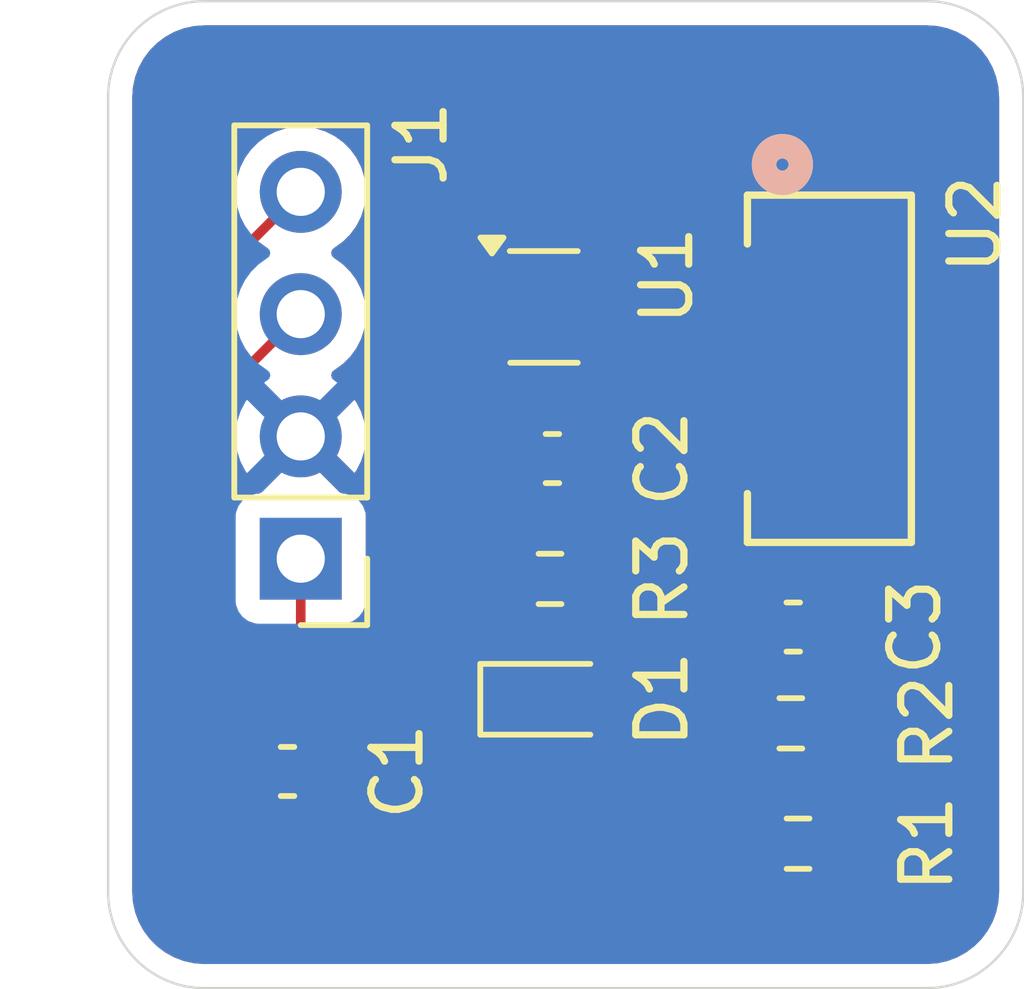
<source format=kicad_pcb>
(kicad_pcb (version 20241229) (generator "pcbnew") (generator_version "9.0")
  (layers (0 "F.Cu" signal) (2 "B.Cu" signal) (13 "F.Paste" user) (15 "B.Paste" user) (5 "F.SilkS" user "F.Silkscreen") (7 "B.SilkS" user "B.Silkscreen") (1 "F.Mask" user) (3 "B.Mask" user) (25 "Edge.Cuts" user))
  (net 0 "")
  (net 1 "/VIN")
  (net 2 "GND")
  (net 3 "+2V8")
  (net 4 "/SDA")
  (net 5 "/SCL")
  (net 7 "Net-(D1-A)")
  (net 8 "Net-(U1-EN)")
  (footprint "Resistor_SMD:R_0603_1608Metric" (layer "F.Cu") (at 176.675 72)
    (property "Reference" "R2" (at 2.825 0 90) (layer "F.SilkS"))
    (property "Value" "4.7k")
    (fp_line (start -0.237258 -0.5225) (end 0.237258 -0.5225) (stroke (width 0.12)) (layer "F.SilkS"))
    (fp_line (start -0.237258 0.5225) (end 0.237258 0.5225) (stroke (width 0.12)) (layer "F.SilkS"))
    (pad "1" smd roundrect (at -0.825 0) (size 0.8 0.95) (layers "F.Cu" "F.Mask" "F.Paste") (net 4 "/SDA"))
    (pad "2" smd roundrect (at 0.825 0) (size 0.8 0.95) (layers "F.Cu" "F.Mask" "F.Paste") (net 3 "+2V8"))
  )
  (footprint "Capacitor_SMD:C_0603_1608Metric" (layer "F.Cu") (at 166.225 73)
    (property "Reference" "C1" (at 2.275 0 90) (layer "F.SilkS"))
    (property "Value" "C")
    (fp_line (start -0.14058 -0.51) (end 0.14058 -0.51) (stroke (width 0.12)) (layer "F.SilkS"))
    (fp_line (start -0.14058 0.51) (end 0.14058 0.51) (stroke (width 0.12)) (layer "F.SilkS"))
    (pad "1" smd roundrect (at -0.775 0) (size 0.9 0.95) (layers "F.Cu" "F.Mask" "F.Paste") (net 2 "GND"))
    (pad "2" smd roundrect (at 0.775 0) (size 0.9 0.95) (layers "F.Cu" "F.Mask" "F.Paste") (net 1 "/VIN"))
  )
  (footprint "Connector_PinHeader_2.54mm:PinHeader_1x04_P2.54mm_Vertical" (layer "F.Cu") (at 166.5 68.58 180)
    (property "Reference" "J1" (at -2.5 8.62 90) (layer "F.SilkS"))
    (property "Value" "Conn_01x04_Pin")
    (fp_line (start 1.38 1.27) (end 1.38 9) (stroke (width 0.12)) (layer "F.SilkS"))
    (fp_line (start -1.38 9) (end 1.38 9) (stroke (width 0.12)) (layer "F.SilkS"))
    (fp_line (start -1.38 1.27) (end 1.38 1.27) (stroke (width 0.12)) (layer "F.SilkS"))
    (fp_line (start -1.38 1.27) (end -1.38 9) (stroke (width 0.12)) (layer "F.SilkS"))
    (fp_line (start -1.38 0) (end -1.38 -1.38) (stroke (width 0.12)) (layer "F.SilkS"))
    (fp_line (start -1.38 -1.38) (end 0 -1.38) (stroke (width 0.12)) (layer "F.SilkS"))
    (pad "1" thru_hole rect (at 0 0 180) (size 1.7 1.7) (drill 1) (layers "*.Cu" "*.Mask") (net 1 "/VIN"))
    (pad "2" thru_hole circle (at 0 2.54 180) (size 1.7 1.7) (drill 1) (layers "*.Cu" "*.Mask") (net 2 "GND"))
    (pad "3" thru_hole circle (at 0 5.08 180) (size 1.7 1.7) (drill 1) (layers "*.Cu" "*.Mask") (net 4 "/SDA"))
    (pad "4" thru_hole circle (at 0 7.62 180) (size 1.7 1.7) (drill 1) (layers "*.Cu" "*.Mask") (net 5 "/SCL"))
  )
  (footprint "Resistor_SMD:R_0603_1608Metric" (layer "F.Cu") (at 176.825 74.5)
    (property "Reference" "R1" (at 2.675 0 90) (layer "F.SilkS"))
    (property "Value" "4.7k")
    (fp_line (start -0.237258 -0.5225) (end 0.237258 -0.5225) (stroke (width 0.12)) (layer "F.SilkS"))
    (fp_line (start -0.237258 0.5225) (end 0.237258 0.5225) (stroke (width 0.12)) (layer "F.SilkS"))
    (pad "1" smd roundrect (at -0.825 0) (size 0.8 0.95) (layers "F.Cu" "F.Mask" "F.Paste") (net 5 "/SCL"))
    (pad "2" smd roundrect (at 0.825 0) (size 0.8 0.95) (layers "F.Cu" "F.Mask" "F.Paste") (net 3 "+2V8"))
  )
  (footprint "Capacitor_SMD:C_0603_1608Metric" (layer "F.Cu") (at 171.725 66.5)
    (property "Reference" "C2" (at 2.275 0 90) (layer "F.SilkS"))
    (property "Value" "C")
    (fp_line (start -0.14058 -0.51) (end 0.14058 -0.51) (stroke (width 0.12)) (layer "F.SilkS"))
    (fp_line (start -0.14058 0.51) (end 0.14058 0.51) (stroke (width 0.12)) (layer "F.SilkS"))
    (pad "1" smd roundrect (at -0.775 0) (size 0.9 0.95) (layers "F.Cu" "F.Mask" "F.Paste") (net 3 "+2V8"))
    (pad "2" smd roundrect (at 0.775 0) (size 0.9 0.95) (layers "F.Cu" "F.Mask" "F.Paste") (net 2 "GND"))
  )
  (footprint "Capacitor_SMD:C_0603_1608Metric" (layer "F.Cu") (at 176.725 70)
    (property "Reference" "C3" (at 2.525 0 90) (layer "F.SilkS"))
    (property "Value" "C")
    (fp_line (start -0.14058 -0.51) (end 0.14058 -0.51) (stroke (width 0.12)) (layer "F.SilkS"))
    (fp_line (start -0.14058 0.51) (end 0.14058 0.51) (stroke (width 0.12)) (layer "F.SilkS"))
    (pad "1" smd roundrect (at -0.775 0) (size 0.9 0.95) (layers "F.Cu" "F.Mask" "F.Paste") (net 3 "+2V8"))
    (pad "2" smd roundrect (at 0.775 0) (size 0.9 0.95) (layers "F.Cu" "F.Mask" "F.Paste") (net 2 "GND"))
  )
  (footprint "VEML7700-TR:VEML7700-TR" (layer "F.Cu") (at 177.4752 64.635 -90)
    (property "Reference" "U2" (at -3 -3.0248 90) (layer "F.SilkS"))
    (property "Value" "SMT_L7700-TT")
    (fp_line (start -3.6068 1.7018) (end -2.592151 1.7018) (stroke (width 0.1524)) (layer "F.SilkS"))
    (fp_line (start 2.592151 1.7018) (end 3.6068 1.7018) (stroke (width 0.1524)) (layer "F.SilkS"))
    (fp_line (start 3.6068 1.7018) (end 3.6068 -1.7018) (stroke (width 0.1524)) (layer "F.SilkS"))
    (fp_line (start -3.6068 -1.7018) (end -3.6068 1.7018) (stroke (width 0.1524)) (layer "F.SilkS"))
    (fp_line (start 3.6068 -1.7018) (end -3.6068 -1.7018) (stroke (width 0.1524)) (layer "F.SilkS"))
    (fp_circle (center -4.2418 0.9752) (end -3.8608 0.9752) (stroke (width 0.508)) (fill no) (layer "F.SilkS"))
    (fp_circle (center -4.2418 0.9752) (end -3.8608 0.9752) (stroke (width 0.508)) (fill no) (layer "B.SilkS"))
    (pad "1" smd rect (at -1.905 0.9752 270) (size 0.7112 1.397) (layers "F.Cu" "F.Mask" "F.Paste") (net 5 "/SCL"))
    (pad "2" smd rect (at -0.635 0.9752 270) (size 0.7112 1.397) (layers "F.Cu" "F.Mask" "F.Paste") (net 3 "+2V8"))
    (pad "3" smd rect (at 0.635 0.9752 270) (size 0.7112 1.397) (layers "F.Cu" "F.Mask" "F.Paste") (net 2 "GND"))
    (pad "4" smd rect (at 1.905 0.9752 270) (size 0.7112 1.397) (layers "F.Cu" "F.Mask" "F.Paste") (net 4 "/SDA"))
  )
  (footprint "Resistor_SMD:R_0603_1608Metric" (layer "F.Cu") (at 171.675 69)
    (property "Reference" "R3" (at 2.325 0 90) (layer "F.SilkS"))
    (property "Value" "330")
    (fp_line (start -0.237258 -0.5225) (end 0.237258 -0.5225) (stroke (width 0.12)) (layer "F.SilkS"))
    (fp_line (start -0.237258 0.5225) (end 0.237258 0.5225) (stroke (width 0.12)) (layer "F.SilkS"))
    (pad "1" smd roundrect (at -0.825 0) (size 0.8 0.95) (layers "F.Cu" "F.Mask" "F.Paste") (net 3 "+2V8"))
    (pad "2" smd roundrect (at 0.825 0) (size 0.8 0.95) (layers "F.Cu" "F.Mask" "F.Paste") (net 7 "Net-(D1-A)"))
  )
  (footprint "Package_TO_SOT_SMD:SOT-353_SC-70-5" (layer "F.Cu") (at 171.55 63.35)
    (property "Reference" "U1" (at 2.55 -0.65 90) (layer "F.SilkS"))
    (property "Value" "MIC5376-2.8YC5-TR")
    (fp_line (start -0.71 -1.16) (end 0.7 -1.16) (stroke (width 0.12)) (layer "F.SilkS"))
    (fp_line (start -0.7 1.16) (end 0.7 1.16) (stroke (width 0.12)) (layer "F.SilkS"))
    (fp_poly (pts (xy -1.08 -1.11) (xy -1.32 -1.44) (xy -0.84 -1.44) (xy -1.08 -1.11)) (stroke (width 0.12)) (fill yes) (layer "F.SilkS"))
    (pad "1" smd roundrect (at -0.95 -0.65) (size 0.65 0.4) (layers "F.Cu" "F.Mask" "F.Paste") (net 1 "/VIN"))
    (pad "2" smd roundrect (at -0.95 0) (size 0.65 0.4) (layers "F.Cu" "F.Mask" "F.Paste") (net 2 "GND"))
    (pad "3" smd roundrect (at -0.95 0.65) (size 0.65 0.4) (layers "F.Cu" "F.Mask" "F.Paste") (net 8 "Net-(U1-EN)"))
    (pad "4" smd roundrect (at 0.95 0.65) (size 0.65 0.4) (layers "F.Cu" "F.Mask" "F.Paste"))
    (pad "5" smd roundrect (at 0.95 -0.65) (size 0.65 0.4) (layers "F.Cu" "F.Mask" "F.Paste") (net 3 "+2V8"))
  )
  (footprint "LED_SMD:LED_0603_1608Metric" (layer "F.Cu") (at 171.7125 71.5)
    (property "Reference" "D1" (at 2.2875 0 90) (layer "F.SilkS"))
    (property "Value" "LED")
    (fp_line (start -1.485 -0.735) (end -1.485 0.735) (stroke (width 0.12)) (layer "F.SilkS"))
    (fp_line (start -1.485 0.735) (end 0.8 0.735) (stroke (width 0.12)) (layer "F.SilkS"))
    (fp_line (start 0.8 -0.735) (end -1.485 -0.735) (stroke (width 0.12)) (layer "F.SilkS"))
    (pad "1" smd roundrect (at -0.7875 0) (size 0.875 0.95) (layers "F.Cu" "F.Mask" "F.Paste") (net 2 "GND"))
    (pad "2" smd roundrect (at 0.7875 0) (size 0.875 0.95) (layers "F.Cu" "F.Mask" "F.Paste") (net 3 "+2V8"))
  )
  (gr_line (start 179.5 77.5) (end 164.5 77.5) (stroke (width 0.05)) (layer "Edge.Cuts"))
  (gr_arc (start 179.5 57) (mid 180.914214 57.585786) (end 181.5 59) (stroke (width 0.05)) (layer "Edge.Cuts"))
  (gr_line (start 164.5 57) (end 179.5 57) (stroke (width 0.05)) (layer "Edge.Cuts"))
  (gr_arc (start 162.5 59) (mid 163.085786 57.585786) (end 164.5 57) (stroke (width 0.05)) (layer "Edge.Cuts"))
  (gr_line (start 181.5 59) (end 181.5 75.5) (stroke (width 0.05)) (layer "Edge.Cuts"))
  (gr_line (start 162.5 75.5) (end 162.5 59) (stroke (width 0.05)) (layer "Edge.Cuts"))
  (gr_arc (start 164.5 77.5) (mid 163.085786 76.914214) (end 162.5 75.5) (stroke (width 0.05)) (layer "Edge.Cuts"))
  (gr_arc (start 181.5 75.5) (mid 180.914214 76.914214) (end 179.5 77.5) (stroke (width 0.05)) (layer "Edge.Cuts"))
  (segment (start 166.5 68.58) (end 166.5 72.5) (width 0.2) (layer "F.Cu") (net 1))
  (segment (start 169.974 63.026) (end 170.3 62.7) (width 0.2) (layer "F.Cu") (net 1))
  (segment (start 166.5 72.5) (end 167 73) (width 0.2) (layer "F.Cu") (net 1))
  (segment (start 167 73) (end 169.974 70.026) (width 0.2) (layer "F.Cu") (net 1))
  (segment (start 169.974 70.026) (end 169.974 63.026) (width 0.2) (layer "F.Cu") (net 1))
  (segment (start 170.3 62.7) (end 170.6 62.7) (width 0.2) (layer "F.Cu") (net 1))
  (segment (start 175.5005 67.5005) (end 175.5005 64.6566) (width 0.2) (layer "F.Cu") (net 3))
  (segment (start 176.749 69.251) (end 177 69) (width 0.2) (layer "F.Cu") (net 3))
  (segment (start 176.749 71.249) (end 176.749 69.251) (width 0.2) (layer "F.Cu") (net 3))
  (segment (start 172.5 62.7) (end 171.5 63.7) (width 0.2) (layer "F.Cu") (net 3))
  (segment (start 174 70.5) (end 174.5 71) (width 0.2) (layer "F.Cu") (net 3))
  (segment (start 177.5 72) (end 176.749 71.249) (width 0.2) (layer "F.Cu") (net 3))
  (segment (start 170.85 69) (end 170.85 69.85) (width 0.2) (layer "F.Cu") (net 3))
  (segment (start 170.85 69) (end 172.35 70.5) (width 0.2) (layer "F.Cu") (net 3))
  (segment (start 170.95 66.5) (end 173.45 64) (width 0.2) (layer "F.Cu") (net 3))
  (segment (start 175.5005 64.6566) (end 176.1571 64) (width 0.2) (layer "F.Cu") (net 3))
  (segment (start 170.85 69.85) (end 172.5 71.5) (width 0.2) (layer "F.Cu") (net 3))
  (segment (start 171.5 65.95) (end 170.95 66.5) (width 0.2) (layer "F.Cu") (net 3))
  (segment (start 174.5 71) (end 176.5 71) (width 0.2) (layer "F.Cu") (net 3))
  (segment (start 176.8861 64) (end 176.5 64) (width 0.2) (layer "F.Cu") (net 3))
  (segment (start 173.45 64) (end 176.5 64) (width 0.2) (layer "F.Cu") (net 3))
  (segment (start 172.35 70.5) (end 174 70.5) (width 0.2) (layer "F.Cu") (net 3))
  (segment (start 171.5 63.7) (end 171.5 65.95) (width 0.2) (layer "F.Cu") (net 3))
  (segment (start 176.5 71) (end 177.5 72) (width 0.2) (layer "F.Cu") (net 3))
  (segment (start 176.1571 64) (end 176.5 64) (width 0.2) (layer "F.Cu") (net 3))
  (segment (start 177 69) (end 175.5005 67.5005) (width 0.2) (layer "F.Cu") (net 3))
  (segment (start 178.251 68.291) (end 178.251 72.438064) (width 0.2) (layer "F.Cu") (net 4))
  (segment (start 165.02 66.52) (end 165.02 64.98) (width 0.2) (layer "F.Cu") (net 4))
  (segment (start 164.699 73.47411) (end 165.00089 73.776) (width 0.2) (layer "F.Cu") (net 4))
  (segment (start 178.251 72.438064) (end 177.689064 73) (width 0.2) (layer "F.Cu") (net 4))
  (segment (start 174.074 73.776) (end 175.85 72) (width 0.2) (layer "F.Cu") (net 4))
  (segment (start 176.85 73) (end 175.85 72) (width 0.2) (layer "F.Cu") (net 4))
  (segment (start 177.689064 73) (end 176.85 73) (width 0.2) (layer "F.Cu") (net 4))
  (segment (start 176.1139 66.54) (end 176.5 66.54) (width 0.2) (layer "F.Cu") (net 4))
  (segment (start 165.02 64.98) (end 166.5 63.5) (width 0.2) (layer "F.Cu") (net 4))
  (segment (start 165.00089 73.776) (end 174.074 73.776) (width 0.2) (layer "F.Cu") (net 4))
  (segment (start 164.699 66.841) (end 164.699 73.47411) (width 0.2) (layer "F.Cu") (net 4))
  (segment (start 165.02 66.52) (end 164.699 66.841) (width 0.2) (layer "F.Cu") (net 4))
  (segment (start 176.5 66.54) (end 178.251 68.291) (width 0.2) (layer "F.Cu") (net 4))
  (segment (start 164.298 73.64021) (end 165.15779 74.5) (width 0.2) (layer "F.Cu") (net 5))
  (segment (start 177.532164 73.724) (end 179.053 72.203164) (width 0.2) (layer "F.Cu") (net 5))
  (segment (start 164.5 62.5) (end 164.96 62.5) (width 0.2) (layer "F.Cu") (net 5))
  (segment (start 177.6656 61.6724) (end 175.3344 61.6724) (width 0.2) (layer "F.Cu") (net 5))
  (segment (start 175.0995 61.9073) (end 175.0995 62.2395) (width 0.2) (layer "F.Cu") (net 5))
  (segment (start 164.5 62.5) (end 164.5 64.5) (width 0.2) (layer "F.Cu") (net 5))
  (segment (start 179.053 63.0598) (end 177.6656 61.6724) (width 0.2) (layer "F.Cu") (net 5))
  (segment (start 176 74.5) (end 176.776 73.724) (width 0.2) (layer "F.Cu") (net 5))
  (segment (start 164.96 62.5) (end 166.5 60.96) (width 0.2) (layer "F.Cu") (net 5))
  (segment (start 175.59 62.73) (end 176.5 62.73) (width 0.2) (layer "F.Cu") (net 5))
  (segment (start 175.0995 62.2395) (end 175.59 62.73) (width 0.2) (layer "F.Cu") (net 5))
  (segment (start 164.298 64.702) (end 164.298 73.64021) (width 0.2) (layer "F.Cu") (net 5))
  (segment (start 164.5 64.5) (end 164.298 64.702) (width 0.2) (layer "F.Cu") (net 5))
  (segment (start 165.15779 74.5) (end 176 74.5) (width 0.2) (layer "F.Cu") (net 5))
  (segment (start 176.776 73.724) (end 177.532164 73.724) (width 0.2) (layer "F.Cu") (net 5))
  (segment (start 175.3344 61.6724) (end 175.0995 61.9073) (width 0.2) (layer "F.Cu") (net 5))
  (segment (start 179.053 72.203164) (end 179.053 63.0598) (width 0.2) (layer "F.Cu") (net 5))
  (zone (net 2) (net_name "GND") (layers "F.Cu" "B.Cu") (connect_pads (clearance 0.5)) (min_thickness 0.25) (fill yes (thermal_gap 0.5) (thermal_bridge_width 0.5))
    (polygon (pts (xy 162.5 57) (xy 162.5 77.5) (xy 181.5 77.5) (xy 181.5 57)))
  )
)
</source>
